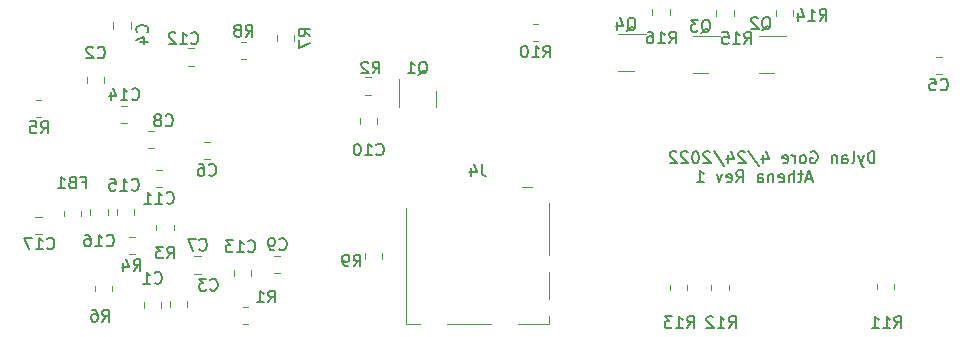
<source format=gbr>
%TF.GenerationSoftware,KiCad,Pcbnew,(6.0.1)*%
%TF.CreationDate,2022-04-25T15:24:58-05:00*%
%TF.ProjectId,Airbrake Controller,41697262-7261-46b6-9520-436f6e74726f,rev?*%
%TF.SameCoordinates,Original*%
%TF.FileFunction,Legend,Bot*%
%TF.FilePolarity,Positive*%
%FSLAX46Y46*%
G04 Gerber Fmt 4.6, Leading zero omitted, Abs format (unit mm)*
G04 Created by KiCad (PCBNEW (6.0.1)) date 2022-04-25 15:24:58*
%MOMM*%
%LPD*%
G01*
G04 APERTURE LIST*
%ADD10C,0.150000*%
%ADD11C,0.120000*%
G04 APERTURE END LIST*
D10*
X181930301Y-101986346D02*
X181930301Y-100986346D01*
X181692205Y-100986346D01*
X181549348Y-101033966D01*
X181454110Y-101129204D01*
X181406491Y-101224442D01*
X181358872Y-101414918D01*
X181358872Y-101557775D01*
X181406491Y-101748251D01*
X181454110Y-101843489D01*
X181549348Y-101938727D01*
X181692205Y-101986346D01*
X181930301Y-101986346D01*
X181025539Y-101319680D02*
X180787444Y-101986346D01*
X180549348Y-101319680D02*
X180787444Y-101986346D01*
X180882682Y-102224442D01*
X180930301Y-102272061D01*
X181025539Y-102319680D01*
X180025539Y-101986346D02*
X180120777Y-101938727D01*
X180168396Y-101843489D01*
X180168396Y-100986346D01*
X179216015Y-101986346D02*
X179216015Y-101462537D01*
X179263634Y-101367299D01*
X179358872Y-101319680D01*
X179549348Y-101319680D01*
X179644586Y-101367299D01*
X179216015Y-101938727D02*
X179311253Y-101986346D01*
X179549348Y-101986346D01*
X179644586Y-101938727D01*
X179692205Y-101843489D01*
X179692205Y-101748251D01*
X179644586Y-101653013D01*
X179549348Y-101605394D01*
X179311253Y-101605394D01*
X179216015Y-101557775D01*
X178739824Y-101319680D02*
X178739824Y-101986346D01*
X178739824Y-101414918D02*
X178692205Y-101367299D01*
X178596967Y-101319680D01*
X178454110Y-101319680D01*
X178358872Y-101367299D01*
X178311253Y-101462537D01*
X178311253Y-101986346D01*
X176549348Y-101033966D02*
X176644586Y-100986346D01*
X176787444Y-100986346D01*
X176930301Y-101033966D01*
X177025539Y-101129204D01*
X177073158Y-101224442D01*
X177120777Y-101414918D01*
X177120777Y-101557775D01*
X177073158Y-101748251D01*
X177025539Y-101843489D01*
X176930301Y-101938727D01*
X176787444Y-101986346D01*
X176692205Y-101986346D01*
X176549348Y-101938727D01*
X176501729Y-101891108D01*
X176501729Y-101557775D01*
X176692205Y-101557775D01*
X175930301Y-101986346D02*
X176025539Y-101938727D01*
X176073158Y-101891108D01*
X176120777Y-101795870D01*
X176120777Y-101510156D01*
X176073158Y-101414918D01*
X176025539Y-101367299D01*
X175930301Y-101319680D01*
X175787444Y-101319680D01*
X175692205Y-101367299D01*
X175644586Y-101414918D01*
X175596967Y-101510156D01*
X175596967Y-101795870D01*
X175644586Y-101891108D01*
X175692205Y-101938727D01*
X175787444Y-101986346D01*
X175930301Y-101986346D01*
X175168396Y-101986346D02*
X175168396Y-101319680D01*
X175168396Y-101510156D02*
X175120777Y-101414918D01*
X175073158Y-101367299D01*
X174977920Y-101319680D01*
X174882682Y-101319680D01*
X174168396Y-101938727D02*
X174263634Y-101986346D01*
X174454110Y-101986346D01*
X174549348Y-101938727D01*
X174596967Y-101843489D01*
X174596967Y-101462537D01*
X174549348Y-101367299D01*
X174454110Y-101319680D01*
X174263634Y-101319680D01*
X174168396Y-101367299D01*
X174120777Y-101462537D01*
X174120777Y-101557775D01*
X174596967Y-101653013D01*
X172501729Y-101319680D02*
X172501729Y-101986346D01*
X172739824Y-100938727D02*
X172977920Y-101653013D01*
X172358872Y-101653013D01*
X171263634Y-100938727D02*
X172120777Y-102224442D01*
X170977920Y-101081585D02*
X170930301Y-101033966D01*
X170835063Y-100986346D01*
X170596967Y-100986346D01*
X170501729Y-101033966D01*
X170454110Y-101081585D01*
X170406491Y-101176823D01*
X170406491Y-101272061D01*
X170454110Y-101414918D01*
X171025539Y-101986346D01*
X170406491Y-101986346D01*
X169549348Y-101319680D02*
X169549348Y-101986346D01*
X169787444Y-100938727D02*
X170025539Y-101653013D01*
X169406491Y-101653013D01*
X168311253Y-100938727D02*
X169168396Y-102224442D01*
X168025539Y-101081585D02*
X167977920Y-101033966D01*
X167882682Y-100986346D01*
X167644586Y-100986346D01*
X167549348Y-101033966D01*
X167501729Y-101081585D01*
X167454110Y-101176823D01*
X167454110Y-101272061D01*
X167501729Y-101414918D01*
X168073158Y-101986346D01*
X167454110Y-101986346D01*
X166835063Y-100986346D02*
X166739824Y-100986346D01*
X166644586Y-101033966D01*
X166596967Y-101081585D01*
X166549348Y-101176823D01*
X166501729Y-101367299D01*
X166501729Y-101605394D01*
X166549348Y-101795870D01*
X166596967Y-101891108D01*
X166644586Y-101938727D01*
X166739824Y-101986346D01*
X166835063Y-101986346D01*
X166930301Y-101938727D01*
X166977920Y-101891108D01*
X167025539Y-101795870D01*
X167073158Y-101605394D01*
X167073158Y-101367299D01*
X167025539Y-101176823D01*
X166977920Y-101081585D01*
X166930301Y-101033966D01*
X166835063Y-100986346D01*
X166120777Y-101081585D02*
X166073158Y-101033966D01*
X165977920Y-100986346D01*
X165739824Y-100986346D01*
X165644586Y-101033966D01*
X165596967Y-101081585D01*
X165549348Y-101176823D01*
X165549348Y-101272061D01*
X165596967Y-101414918D01*
X166168396Y-101986346D01*
X165549348Y-101986346D01*
X165168396Y-101081585D02*
X165120777Y-101033966D01*
X165025539Y-100986346D01*
X164787444Y-100986346D01*
X164692205Y-101033966D01*
X164644586Y-101081585D01*
X164596967Y-101176823D01*
X164596967Y-101272061D01*
X164644586Y-101414918D01*
X165216015Y-101986346D01*
X164596967Y-101986346D01*
X176620777Y-103310632D02*
X176144586Y-103310632D01*
X176716015Y-103596346D02*
X176382682Y-102596346D01*
X176049348Y-103596346D01*
X175858872Y-102929680D02*
X175477920Y-102929680D01*
X175716015Y-102596346D02*
X175716015Y-103453489D01*
X175668396Y-103548727D01*
X175573158Y-103596346D01*
X175477920Y-103596346D01*
X175144586Y-103596346D02*
X175144586Y-102596346D01*
X174716015Y-103596346D02*
X174716015Y-103072537D01*
X174763634Y-102977299D01*
X174858872Y-102929680D01*
X175001729Y-102929680D01*
X175096967Y-102977299D01*
X175144586Y-103024918D01*
X173858872Y-103548727D02*
X173954110Y-103596346D01*
X174144586Y-103596346D01*
X174239824Y-103548727D01*
X174287444Y-103453489D01*
X174287444Y-103072537D01*
X174239824Y-102977299D01*
X174144586Y-102929680D01*
X173954110Y-102929680D01*
X173858872Y-102977299D01*
X173811253Y-103072537D01*
X173811253Y-103167775D01*
X174287444Y-103263013D01*
X173382682Y-102929680D02*
X173382682Y-103596346D01*
X173382682Y-103024918D02*
X173335063Y-102977299D01*
X173239824Y-102929680D01*
X173096967Y-102929680D01*
X173001729Y-102977299D01*
X172954110Y-103072537D01*
X172954110Y-103596346D01*
X172049348Y-103596346D02*
X172049348Y-103072537D01*
X172096967Y-102977299D01*
X172192205Y-102929680D01*
X172382682Y-102929680D01*
X172477920Y-102977299D01*
X172049348Y-103548727D02*
X172144586Y-103596346D01*
X172382682Y-103596346D01*
X172477920Y-103548727D01*
X172525539Y-103453489D01*
X172525539Y-103358251D01*
X172477920Y-103263013D01*
X172382682Y-103215394D01*
X172144586Y-103215394D01*
X172049348Y-103167775D01*
X170239824Y-103596346D02*
X170573158Y-103120156D01*
X170811253Y-103596346D02*
X170811253Y-102596346D01*
X170430301Y-102596346D01*
X170335063Y-102643966D01*
X170287444Y-102691585D01*
X170239824Y-102786823D01*
X170239824Y-102929680D01*
X170287444Y-103024918D01*
X170335063Y-103072537D01*
X170430301Y-103120156D01*
X170811253Y-103120156D01*
X169430301Y-103548727D02*
X169525539Y-103596346D01*
X169716015Y-103596346D01*
X169811253Y-103548727D01*
X169858872Y-103453489D01*
X169858872Y-103072537D01*
X169811253Y-102977299D01*
X169716015Y-102929680D01*
X169525539Y-102929680D01*
X169430301Y-102977299D01*
X169382682Y-103072537D01*
X169382682Y-103167775D01*
X169858872Y-103263013D01*
X169049348Y-102929680D02*
X168811253Y-103596346D01*
X168573158Y-102929680D01*
X166906491Y-103596346D02*
X167477920Y-103596346D01*
X167192205Y-103596346D02*
X167192205Y-102596346D01*
X167287444Y-102739204D01*
X167382682Y-102834442D01*
X167477920Y-102882061D01*
%TO.C,Q3*%
X167285571Y-90940454D02*
X167380809Y-90892835D01*
X167476047Y-90797596D01*
X167618904Y-90654739D01*
X167714142Y-90607120D01*
X167809380Y-90607120D01*
X167761761Y-90845215D02*
X167856999Y-90797596D01*
X167952237Y-90702358D01*
X167999856Y-90511882D01*
X167999856Y-90178549D01*
X167952237Y-89988073D01*
X167856999Y-89892835D01*
X167761761Y-89845215D01*
X167571285Y-89845215D01*
X167476047Y-89892835D01*
X167380809Y-89988073D01*
X167333190Y-90178549D01*
X167333190Y-90511882D01*
X167380809Y-90702358D01*
X167476047Y-90797596D01*
X167571285Y-90845215D01*
X167761761Y-90845215D01*
X166999856Y-89845215D02*
X166380809Y-89845215D01*
X166714142Y-90226168D01*
X166571285Y-90226168D01*
X166476047Y-90273787D01*
X166428428Y-90321406D01*
X166380809Y-90416644D01*
X166380809Y-90654739D01*
X166428428Y-90749977D01*
X166476047Y-90797596D01*
X166571285Y-90845215D01*
X166856999Y-90845215D01*
X166952237Y-90797596D01*
X166999856Y-90749977D01*
%TO.C,R6*%
X116554067Y-115401917D02*
X116887401Y-114925727D01*
X117125496Y-115401917D02*
X117125496Y-114401917D01*
X116744543Y-114401917D01*
X116649305Y-114449537D01*
X116601686Y-114497156D01*
X116554067Y-114592394D01*
X116554067Y-114735251D01*
X116601686Y-114830489D01*
X116649305Y-114878108D01*
X116744543Y-114925727D01*
X117125496Y-114925727D01*
X115696924Y-114401917D02*
X115887401Y-114401917D01*
X115982639Y-114449537D01*
X116030258Y-114497156D01*
X116125496Y-114640013D01*
X116173115Y-114830489D01*
X116173115Y-115211441D01*
X116125496Y-115306679D01*
X116077877Y-115354298D01*
X115982639Y-115401917D01*
X115792162Y-115401917D01*
X115696924Y-115354298D01*
X115649305Y-115306679D01*
X115601686Y-115211441D01*
X115601686Y-114973346D01*
X115649305Y-114878108D01*
X115696924Y-114830489D01*
X115792162Y-114782870D01*
X115982639Y-114782870D01*
X116077877Y-114830489D01*
X116125496Y-114878108D01*
X116173115Y-114973346D01*
%TO.C,C10*%
X139763086Y-101229552D02*
X139810705Y-101277171D01*
X139953562Y-101324790D01*
X140048800Y-101324790D01*
X140191657Y-101277171D01*
X140286895Y-101181933D01*
X140334514Y-101086695D01*
X140382133Y-100896219D01*
X140382133Y-100753362D01*
X140334514Y-100562886D01*
X140286895Y-100467648D01*
X140191657Y-100372410D01*
X140048800Y-100324790D01*
X139953562Y-100324790D01*
X139810705Y-100372410D01*
X139763086Y-100420029D01*
X138810705Y-101324790D02*
X139382133Y-101324790D01*
X139096419Y-101324790D02*
X139096419Y-100324790D01*
X139191657Y-100467648D01*
X139286895Y-100562886D01*
X139382133Y-100610505D01*
X138191657Y-100324790D02*
X138096419Y-100324790D01*
X138001181Y-100372410D01*
X137953562Y-100420029D01*
X137905943Y-100515267D01*
X137858324Y-100705743D01*
X137858324Y-100943838D01*
X137905943Y-101134314D01*
X137953562Y-101229552D01*
X138001181Y-101277171D01*
X138096419Y-101324790D01*
X138191657Y-101324790D01*
X138286895Y-101277171D01*
X138334514Y-101229552D01*
X138382133Y-101134314D01*
X138429752Y-100943838D01*
X138429752Y-100705743D01*
X138382133Y-100515267D01*
X138334514Y-100420029D01*
X138286895Y-100372410D01*
X138191657Y-100324790D01*
%TO.C,R9*%
X137847032Y-110723630D02*
X138180366Y-110247440D01*
X138418461Y-110723630D02*
X138418461Y-109723630D01*
X138037508Y-109723630D01*
X137942270Y-109771250D01*
X137894651Y-109818869D01*
X137847032Y-109914107D01*
X137847032Y-110056964D01*
X137894651Y-110152202D01*
X137942270Y-110199821D01*
X138037508Y-110247440D01*
X138418461Y-110247440D01*
X137370842Y-110723630D02*
X137180366Y-110723630D01*
X137085127Y-110676011D01*
X137037508Y-110628392D01*
X136942270Y-110485535D01*
X136894651Y-110295059D01*
X136894651Y-109914107D01*
X136942270Y-109818869D01*
X136989889Y-109771250D01*
X137085127Y-109723630D01*
X137275604Y-109723630D01*
X137370842Y-109771250D01*
X137418461Y-109818869D01*
X137466080Y-109914107D01*
X137466080Y-110152202D01*
X137418461Y-110247440D01*
X137370842Y-110295059D01*
X137275604Y-110342678D01*
X137085127Y-110342678D01*
X136989889Y-110295059D01*
X136942270Y-110247440D01*
X136894651Y-110152202D01*
%TO.C,R10*%
X153906076Y-93038621D02*
X154239409Y-92562431D01*
X154477504Y-93038621D02*
X154477504Y-92038621D01*
X154096552Y-92038621D01*
X154001314Y-92086241D01*
X153953695Y-92133860D01*
X153906076Y-92229098D01*
X153906076Y-92371955D01*
X153953695Y-92467193D01*
X154001314Y-92514812D01*
X154096552Y-92562431D01*
X154477504Y-92562431D01*
X152953695Y-93038621D02*
X153525123Y-93038621D01*
X153239409Y-93038621D02*
X153239409Y-92038621D01*
X153334647Y-92181479D01*
X153429885Y-92276717D01*
X153525123Y-92324336D01*
X152334647Y-92038621D02*
X152239409Y-92038621D01*
X152144171Y-92086241D01*
X152096552Y-92133860D01*
X152048933Y-92229098D01*
X152001314Y-92419574D01*
X152001314Y-92657669D01*
X152048933Y-92848145D01*
X152096552Y-92943383D01*
X152144171Y-92991002D01*
X152239409Y-93038621D01*
X152334647Y-93038621D01*
X152429885Y-92991002D01*
X152477504Y-92943383D01*
X152525123Y-92848145D01*
X152572742Y-92657669D01*
X152572742Y-92419574D01*
X152525123Y-92229098D01*
X152477504Y-92133860D01*
X152429885Y-92086241D01*
X152334647Y-92038621D01*
%TO.C,C1*%
X120995777Y-112096593D02*
X121043396Y-112144212D01*
X121186253Y-112191831D01*
X121281491Y-112191831D01*
X121424349Y-112144212D01*
X121519587Y-112048974D01*
X121567206Y-111953736D01*
X121614825Y-111763260D01*
X121614825Y-111620403D01*
X121567206Y-111429927D01*
X121519587Y-111334689D01*
X121424349Y-111239451D01*
X121281491Y-111191831D01*
X121186253Y-111191831D01*
X121043396Y-111239451D01*
X120995777Y-111287070D01*
X120043396Y-112191831D02*
X120614825Y-112191831D01*
X120329111Y-112191831D02*
X120329111Y-111191831D01*
X120424349Y-111334689D01*
X120519587Y-111429927D01*
X120614825Y-111477546D01*
%TO.C,R14*%
X177294636Y-89929809D02*
X177627969Y-89453619D01*
X177866064Y-89929809D02*
X177866064Y-88929809D01*
X177485112Y-88929809D01*
X177389874Y-88977429D01*
X177342255Y-89025048D01*
X177294636Y-89120286D01*
X177294636Y-89263143D01*
X177342255Y-89358381D01*
X177389874Y-89406000D01*
X177485112Y-89453619D01*
X177866064Y-89453619D01*
X176342255Y-89929809D02*
X176913683Y-89929809D01*
X176627969Y-89929809D02*
X176627969Y-88929809D01*
X176723207Y-89072667D01*
X176818445Y-89167905D01*
X176913683Y-89215524D01*
X175485112Y-89263143D02*
X175485112Y-89929809D01*
X175723207Y-88882190D02*
X175961302Y-89596476D01*
X175342255Y-89596476D01*
%TO.C,C17*%
X111885595Y-109201076D02*
X111933214Y-109248695D01*
X112076071Y-109296314D01*
X112171309Y-109296314D01*
X112314166Y-109248695D01*
X112409404Y-109153457D01*
X112457023Y-109058219D01*
X112504642Y-108867743D01*
X112504642Y-108724886D01*
X112457023Y-108534410D01*
X112409404Y-108439172D01*
X112314166Y-108343934D01*
X112171309Y-108296314D01*
X112076071Y-108296314D01*
X111933214Y-108343934D01*
X111885595Y-108391553D01*
X110933214Y-109296314D02*
X111504642Y-109296314D01*
X111218928Y-109296314D02*
X111218928Y-108296314D01*
X111314166Y-108439172D01*
X111409404Y-108534410D01*
X111504642Y-108582029D01*
X110599880Y-108296314D02*
X109933214Y-108296314D01*
X110361785Y-109296314D01*
%TO.C,C8*%
X121918283Y-98772182D02*
X121965902Y-98819801D01*
X122108759Y-98867420D01*
X122203997Y-98867420D01*
X122346855Y-98819801D01*
X122442093Y-98724563D01*
X122489712Y-98629325D01*
X122537331Y-98438849D01*
X122537331Y-98295992D01*
X122489712Y-98105516D01*
X122442093Y-98010278D01*
X122346855Y-97915040D01*
X122203997Y-97867420D01*
X122108759Y-97867420D01*
X121965902Y-97915040D01*
X121918283Y-97962659D01*
X121346855Y-98295992D02*
X121442093Y-98248373D01*
X121489712Y-98200754D01*
X121537331Y-98105516D01*
X121537331Y-98057897D01*
X121489712Y-97962659D01*
X121442093Y-97915040D01*
X121346855Y-97867420D01*
X121156378Y-97867420D01*
X121061140Y-97915040D01*
X121013521Y-97962659D01*
X120965902Y-98057897D01*
X120965902Y-98105516D01*
X121013521Y-98200754D01*
X121061140Y-98248373D01*
X121156378Y-98295992D01*
X121346855Y-98295992D01*
X121442093Y-98343611D01*
X121489712Y-98391230D01*
X121537331Y-98486468D01*
X121537331Y-98676944D01*
X121489712Y-98772182D01*
X121442093Y-98819801D01*
X121346855Y-98867420D01*
X121156378Y-98867420D01*
X121061140Y-98819801D01*
X121013521Y-98772182D01*
X120965902Y-98676944D01*
X120965902Y-98486468D01*
X121013521Y-98391230D01*
X121061140Y-98343611D01*
X121156378Y-98295992D01*
%TO.C,R12*%
X169611797Y-115951210D02*
X169945130Y-115475020D01*
X170183225Y-115951210D02*
X170183225Y-114951210D01*
X169802273Y-114951210D01*
X169707035Y-114998830D01*
X169659416Y-115046449D01*
X169611797Y-115141687D01*
X169611797Y-115284544D01*
X169659416Y-115379782D01*
X169707035Y-115427401D01*
X169802273Y-115475020D01*
X170183225Y-115475020D01*
X168659416Y-115951210D02*
X169230844Y-115951210D01*
X168945130Y-115951210D02*
X168945130Y-114951210D01*
X169040368Y-115094068D01*
X169135606Y-115189306D01*
X169230844Y-115236925D01*
X168278463Y-115046449D02*
X168230844Y-114998830D01*
X168135606Y-114951210D01*
X167897511Y-114951210D01*
X167802273Y-114998830D01*
X167754654Y-115046449D01*
X167707035Y-115141687D01*
X167707035Y-115236925D01*
X167754654Y-115379782D01*
X168326082Y-115951210D01*
X167707035Y-115951210D01*
%TO.C,R15*%
X170914511Y-91892924D02*
X171247844Y-91416734D01*
X171485939Y-91892924D02*
X171485939Y-90892924D01*
X171104987Y-90892924D01*
X171009749Y-90940544D01*
X170962130Y-90988163D01*
X170914511Y-91083401D01*
X170914511Y-91226258D01*
X170962130Y-91321496D01*
X171009749Y-91369115D01*
X171104987Y-91416734D01*
X171485939Y-91416734D01*
X169962130Y-91892924D02*
X170533558Y-91892924D01*
X170247844Y-91892924D02*
X170247844Y-90892924D01*
X170343082Y-91035782D01*
X170438320Y-91131020D01*
X170533558Y-91178639D01*
X169057368Y-90892924D02*
X169533558Y-90892924D01*
X169581177Y-91369115D01*
X169533558Y-91321496D01*
X169438320Y-91273877D01*
X169200225Y-91273877D01*
X169104987Y-91321496D01*
X169057368Y-91369115D01*
X169009749Y-91464353D01*
X169009749Y-91702448D01*
X169057368Y-91797686D01*
X169104987Y-91845305D01*
X169200225Y-91892924D01*
X169438320Y-91892924D01*
X169533558Y-91845305D01*
X169581177Y-91797686D01*
%TO.C,C9*%
X131552365Y-109258910D02*
X131599984Y-109306529D01*
X131742841Y-109354148D01*
X131838079Y-109354148D01*
X131980937Y-109306529D01*
X132076175Y-109211291D01*
X132123794Y-109116053D01*
X132171413Y-108925577D01*
X132171413Y-108782720D01*
X132123794Y-108592244D01*
X132076175Y-108497006D01*
X131980937Y-108401768D01*
X131838079Y-108354148D01*
X131742841Y-108354148D01*
X131599984Y-108401768D01*
X131552365Y-108449387D01*
X131076175Y-109354148D02*
X130885699Y-109354148D01*
X130790460Y-109306529D01*
X130742841Y-109258910D01*
X130647603Y-109116053D01*
X130599984Y-108925577D01*
X130599984Y-108544625D01*
X130647603Y-108449387D01*
X130695222Y-108401768D01*
X130790460Y-108354148D01*
X130980937Y-108354148D01*
X131076175Y-108401768D01*
X131123794Y-108449387D01*
X131171413Y-108544625D01*
X131171413Y-108782720D01*
X131123794Y-108877958D01*
X131076175Y-108925577D01*
X130980937Y-108973196D01*
X130790460Y-108973196D01*
X130695222Y-108925577D01*
X130647603Y-108877958D01*
X130599984Y-108782720D01*
%TO.C,Q4*%
X160981133Y-90783961D02*
X161076371Y-90736342D01*
X161171609Y-90641103D01*
X161314466Y-90498246D01*
X161409704Y-90450627D01*
X161504942Y-90450627D01*
X161457323Y-90688722D02*
X161552561Y-90641103D01*
X161647799Y-90545865D01*
X161695418Y-90355389D01*
X161695418Y-90022056D01*
X161647799Y-89831580D01*
X161552561Y-89736342D01*
X161457323Y-89688722D01*
X161266847Y-89688722D01*
X161171609Y-89736342D01*
X161076371Y-89831580D01*
X161028752Y-90022056D01*
X161028752Y-90355389D01*
X161076371Y-90545865D01*
X161171609Y-90641103D01*
X161266847Y-90688722D01*
X161457323Y-90688722D01*
X160171609Y-90022056D02*
X160171609Y-90688722D01*
X160409704Y-89641103D02*
X160647799Y-90355389D01*
X160028752Y-90355389D01*
%TO.C,C11*%
X122015617Y-105328692D02*
X122063236Y-105376311D01*
X122206093Y-105423930D01*
X122301331Y-105423930D01*
X122444188Y-105376311D01*
X122539426Y-105281073D01*
X122587045Y-105185835D01*
X122634664Y-104995359D01*
X122634664Y-104852502D01*
X122587045Y-104662026D01*
X122539426Y-104566788D01*
X122444188Y-104471550D01*
X122301331Y-104423930D01*
X122206093Y-104423930D01*
X122063236Y-104471550D01*
X122015617Y-104519169D01*
X121063236Y-105423930D02*
X121634664Y-105423930D01*
X121348950Y-105423930D02*
X121348950Y-104423930D01*
X121444188Y-104566788D01*
X121539426Y-104662026D01*
X121634664Y-104709645D01*
X120110855Y-105423930D02*
X120682283Y-105423930D01*
X120396569Y-105423930D02*
X120396569Y-104423930D01*
X120491807Y-104566788D01*
X120587045Y-104662026D01*
X120682283Y-104709645D01*
%TO.C,C7*%
X124785075Y-109295094D02*
X124832694Y-109342713D01*
X124975551Y-109390332D01*
X125070789Y-109390332D01*
X125213647Y-109342713D01*
X125308885Y-109247475D01*
X125356504Y-109152237D01*
X125404123Y-108961761D01*
X125404123Y-108818904D01*
X125356504Y-108628428D01*
X125308885Y-108533190D01*
X125213647Y-108437952D01*
X125070789Y-108390332D01*
X124975551Y-108390332D01*
X124832694Y-108437952D01*
X124785075Y-108485571D01*
X124451742Y-108390332D02*
X123785075Y-108390332D01*
X124213647Y-109390332D01*
%TO.C,R3*%
X122052151Y-110045142D02*
X122385485Y-109568952D01*
X122623580Y-110045142D02*
X122623580Y-109045142D01*
X122242627Y-109045142D01*
X122147389Y-109092762D01*
X122099770Y-109140381D01*
X122052151Y-109235619D01*
X122052151Y-109378476D01*
X122099770Y-109473714D01*
X122147389Y-109521333D01*
X122242627Y-109568952D01*
X122623580Y-109568952D01*
X121718818Y-109045142D02*
X121099770Y-109045142D01*
X121433104Y-109426095D01*
X121290246Y-109426095D01*
X121195008Y-109473714D01*
X121147389Y-109521333D01*
X121099770Y-109616571D01*
X121099770Y-109854666D01*
X121147389Y-109949904D01*
X121195008Y-109997523D01*
X121290246Y-110045142D01*
X121575961Y-110045142D01*
X121671199Y-109997523D01*
X121718818Y-109949904D01*
%TO.C,Q1*%
X143329925Y-94482394D02*
X143425163Y-94434775D01*
X143520401Y-94339536D01*
X143663258Y-94196679D01*
X143758496Y-94149060D01*
X143853734Y-94149060D01*
X143806115Y-94387155D02*
X143901353Y-94339536D01*
X143996591Y-94244298D01*
X144044210Y-94053822D01*
X144044210Y-93720489D01*
X143996591Y-93530013D01*
X143901353Y-93434775D01*
X143806115Y-93387155D01*
X143615639Y-93387155D01*
X143520401Y-93434775D01*
X143425163Y-93530013D01*
X143377544Y-93720489D01*
X143377544Y-94053822D01*
X143425163Y-94244298D01*
X143520401Y-94339536D01*
X143615639Y-94387155D01*
X143806115Y-94387155D01*
X142425163Y-94387155D02*
X142996591Y-94387155D01*
X142710877Y-94387155D02*
X142710877Y-93387155D01*
X142806115Y-93530013D01*
X142901353Y-93625251D01*
X142996591Y-93672870D01*
%TO.C,R13*%
X166076165Y-115951210D02*
X166409498Y-115475020D01*
X166647593Y-115951210D02*
X166647593Y-114951210D01*
X166266641Y-114951210D01*
X166171403Y-114998830D01*
X166123784Y-115046449D01*
X166076165Y-115141687D01*
X166076165Y-115284544D01*
X166123784Y-115379782D01*
X166171403Y-115427401D01*
X166266641Y-115475020D01*
X166647593Y-115475020D01*
X165123784Y-115951210D02*
X165695212Y-115951210D01*
X165409498Y-115951210D02*
X165409498Y-114951210D01*
X165504736Y-115094068D01*
X165599974Y-115189306D01*
X165695212Y-115236925D01*
X164790450Y-114951210D02*
X164171403Y-114951210D01*
X164504736Y-115332163D01*
X164361879Y-115332163D01*
X164266641Y-115379782D01*
X164219022Y-115427401D01*
X164171403Y-115522639D01*
X164171403Y-115760734D01*
X164219022Y-115855972D01*
X164266641Y-115903591D01*
X164361879Y-115951210D01*
X164647593Y-115951210D01*
X164742831Y-115903591D01*
X164790450Y-115855972D01*
%TO.C,C14*%
X119071298Y-96559446D02*
X119118917Y-96607065D01*
X119261774Y-96654684D01*
X119357012Y-96654684D01*
X119499869Y-96607065D01*
X119595107Y-96511827D01*
X119642726Y-96416589D01*
X119690345Y-96226113D01*
X119690345Y-96083256D01*
X119642726Y-95892780D01*
X119595107Y-95797542D01*
X119499869Y-95702304D01*
X119357012Y-95654684D01*
X119261774Y-95654684D01*
X119118917Y-95702304D01*
X119071298Y-95749923D01*
X118118917Y-96654684D02*
X118690345Y-96654684D01*
X118404631Y-96654684D02*
X118404631Y-95654684D01*
X118499869Y-95797542D01*
X118595107Y-95892780D01*
X118690345Y-95940399D01*
X117261774Y-95988018D02*
X117261774Y-96654684D01*
X117499869Y-95607065D02*
X117737964Y-96321351D01*
X117118917Y-96321351D01*
%TO.C,R7*%
X134175260Y-91233116D02*
X133699070Y-90899783D01*
X134175260Y-90661687D02*
X133175260Y-90661687D01*
X133175260Y-91042640D01*
X133222880Y-91137878D01*
X133270499Y-91185497D01*
X133365737Y-91233116D01*
X133508594Y-91233116D01*
X133603832Y-91185497D01*
X133651451Y-91137878D01*
X133699070Y-91042640D01*
X133699070Y-90661687D01*
X133175260Y-91566449D02*
X133175260Y-92233116D01*
X134175260Y-91804544D01*
%TO.C,C6*%
X125588038Y-102953065D02*
X125635657Y-103000684D01*
X125778514Y-103048303D01*
X125873752Y-103048303D01*
X126016610Y-103000684D01*
X126111848Y-102905446D01*
X126159467Y-102810208D01*
X126207086Y-102619732D01*
X126207086Y-102476875D01*
X126159467Y-102286399D01*
X126111848Y-102191161D01*
X126016610Y-102095923D01*
X125873752Y-102048303D01*
X125778514Y-102048303D01*
X125635657Y-102095923D01*
X125588038Y-102143542D01*
X124730895Y-102048303D02*
X124921372Y-102048303D01*
X125016610Y-102095923D01*
X125064229Y-102143542D01*
X125159467Y-102286399D01*
X125207086Y-102476875D01*
X125207086Y-102857827D01*
X125159467Y-102953065D01*
X125111848Y-103000684D01*
X125016610Y-103048303D01*
X124826133Y-103048303D01*
X124730895Y-103000684D01*
X124683276Y-102953065D01*
X124635657Y-102857827D01*
X124635657Y-102619732D01*
X124683276Y-102524494D01*
X124730895Y-102476875D01*
X124826133Y-102429256D01*
X125016610Y-102429256D01*
X125111848Y-102476875D01*
X125159467Y-102524494D01*
X125207086Y-102619732D01*
%TO.C,R4*%
X119210194Y-111128811D02*
X119543528Y-110652621D01*
X119781623Y-111128811D02*
X119781623Y-110128811D01*
X119400670Y-110128811D01*
X119305432Y-110176431D01*
X119257813Y-110224050D01*
X119210194Y-110319288D01*
X119210194Y-110462145D01*
X119257813Y-110557383D01*
X119305432Y-110605002D01*
X119400670Y-110652621D01*
X119781623Y-110652621D01*
X118353051Y-110462145D02*
X118353051Y-111128811D01*
X118591147Y-110081192D02*
X118829242Y-110795478D01*
X118210194Y-110795478D01*
%TO.C,C15*%
X119046071Y-104210889D02*
X119093690Y-104258508D01*
X119236547Y-104306127D01*
X119331785Y-104306127D01*
X119474642Y-104258508D01*
X119569880Y-104163270D01*
X119617499Y-104068032D01*
X119665118Y-103877556D01*
X119665118Y-103734699D01*
X119617499Y-103544223D01*
X119569880Y-103448985D01*
X119474642Y-103353747D01*
X119331785Y-103306127D01*
X119236547Y-103306127D01*
X119093690Y-103353747D01*
X119046071Y-103401366D01*
X118093690Y-104306127D02*
X118665118Y-104306127D01*
X118379404Y-104306127D02*
X118379404Y-103306127D01*
X118474642Y-103448985D01*
X118569880Y-103544223D01*
X118665118Y-103591842D01*
X117188928Y-103306127D02*
X117665118Y-103306127D01*
X117712737Y-103782318D01*
X117665118Y-103734699D01*
X117569880Y-103687080D01*
X117331785Y-103687080D01*
X117236547Y-103734699D01*
X117188928Y-103782318D01*
X117141309Y-103877556D01*
X117141309Y-104115651D01*
X117188928Y-104210889D01*
X117236547Y-104258508D01*
X117331785Y-104306127D01*
X117569880Y-104306127D01*
X117665118Y-104258508D01*
X117712737Y-104210889D01*
%TO.C,R1*%
X130608695Y-113780360D02*
X130942029Y-113304170D01*
X131180124Y-113780360D02*
X131180124Y-112780360D01*
X130799171Y-112780360D01*
X130703933Y-112827980D01*
X130656314Y-112875599D01*
X130608695Y-112970837D01*
X130608695Y-113113694D01*
X130656314Y-113208932D01*
X130703933Y-113256551D01*
X130799171Y-113304170D01*
X131180124Y-113304170D01*
X129656314Y-113780360D02*
X130227743Y-113780360D01*
X129942029Y-113780360D02*
X129942029Y-112780360D01*
X130037267Y-112923218D01*
X130132505Y-113018456D01*
X130227743Y-113066075D01*
%TO.C,R8*%
X128700701Y-91277623D02*
X129034035Y-90801433D01*
X129272130Y-91277623D02*
X129272130Y-90277623D01*
X128891177Y-90277623D01*
X128795939Y-90325243D01*
X128748320Y-90372862D01*
X128700701Y-90468100D01*
X128700701Y-90610957D01*
X128748320Y-90706195D01*
X128795939Y-90753814D01*
X128891177Y-90801433D01*
X129272130Y-90801433D01*
X128129273Y-90706195D02*
X128224511Y-90658576D01*
X128272130Y-90610957D01*
X128319749Y-90515719D01*
X128319749Y-90468100D01*
X128272130Y-90372862D01*
X128224511Y-90325243D01*
X128129273Y-90277623D01*
X127938796Y-90277623D01*
X127843558Y-90325243D01*
X127795939Y-90372862D01*
X127748320Y-90468100D01*
X127748320Y-90515719D01*
X127795939Y-90610957D01*
X127843558Y-90658576D01*
X127938796Y-90706195D01*
X128129273Y-90706195D01*
X128224511Y-90753814D01*
X128272130Y-90801433D01*
X128319749Y-90896671D01*
X128319749Y-91087147D01*
X128272130Y-91182385D01*
X128224511Y-91230004D01*
X128129273Y-91277623D01*
X127938796Y-91277623D01*
X127843558Y-91230004D01*
X127795939Y-91182385D01*
X127748320Y-91087147D01*
X127748320Y-90896671D01*
X127795939Y-90801433D01*
X127843558Y-90753814D01*
X127938796Y-90706195D01*
%TO.C,R16*%
X164559444Y-91845271D02*
X164892777Y-91369081D01*
X165130872Y-91845271D02*
X165130872Y-90845271D01*
X164749920Y-90845271D01*
X164654682Y-90892891D01*
X164607063Y-90940510D01*
X164559444Y-91035748D01*
X164559444Y-91178605D01*
X164607063Y-91273843D01*
X164654682Y-91321462D01*
X164749920Y-91369081D01*
X165130872Y-91369081D01*
X163607063Y-91845271D02*
X164178491Y-91845271D01*
X163892777Y-91845271D02*
X163892777Y-90845271D01*
X163988015Y-90988129D01*
X164083253Y-91083367D01*
X164178491Y-91130986D01*
X162749920Y-90845271D02*
X162940396Y-90845271D01*
X163035634Y-90892891D01*
X163083253Y-90940510D01*
X163178491Y-91083367D01*
X163226110Y-91273843D01*
X163226110Y-91654795D01*
X163178491Y-91750033D01*
X163130872Y-91797652D01*
X163035634Y-91845271D01*
X162845158Y-91845271D01*
X162749920Y-91797652D01*
X162702301Y-91750033D01*
X162654682Y-91654795D01*
X162654682Y-91416700D01*
X162702301Y-91321462D01*
X162749920Y-91273843D01*
X162845158Y-91226224D01*
X163035634Y-91226224D01*
X163130872Y-91273843D01*
X163178491Y-91321462D01*
X163226110Y-91416700D01*
%TO.C,R11*%
X183625561Y-115948058D02*
X183958894Y-115471868D01*
X184196989Y-115948058D02*
X184196989Y-114948058D01*
X183816037Y-114948058D01*
X183720799Y-114995678D01*
X183673180Y-115043297D01*
X183625561Y-115138535D01*
X183625561Y-115281392D01*
X183673180Y-115376630D01*
X183720799Y-115424249D01*
X183816037Y-115471868D01*
X184196989Y-115471868D01*
X182673180Y-115948058D02*
X183244608Y-115948058D01*
X182958894Y-115948058D02*
X182958894Y-114948058D01*
X183054132Y-115090916D01*
X183149370Y-115186154D01*
X183244608Y-115233773D01*
X181720799Y-115948058D02*
X182292227Y-115948058D01*
X182006513Y-115948058D02*
X182006513Y-114948058D01*
X182101751Y-115090916D01*
X182196989Y-115186154D01*
X182292227Y-115233773D01*
%TO.C,C5*%
X187532330Y-95734558D02*
X187579949Y-95782177D01*
X187722806Y-95829796D01*
X187818044Y-95829796D01*
X187960902Y-95782177D01*
X188056140Y-95686939D01*
X188103759Y-95591701D01*
X188151378Y-95401225D01*
X188151378Y-95258368D01*
X188103759Y-95067892D01*
X188056140Y-94972654D01*
X187960902Y-94877416D01*
X187818044Y-94829796D01*
X187722806Y-94829796D01*
X187579949Y-94877416D01*
X187532330Y-94925035D01*
X186627568Y-94829796D02*
X187103759Y-94829796D01*
X187151378Y-95305987D01*
X187103759Y-95258368D01*
X187008521Y-95210749D01*
X186770425Y-95210749D01*
X186675187Y-95258368D01*
X186627568Y-95305987D01*
X186579949Y-95401225D01*
X186579949Y-95639320D01*
X186627568Y-95734558D01*
X186675187Y-95782177D01*
X186770425Y-95829796D01*
X187008521Y-95829796D01*
X187103759Y-95782177D01*
X187151378Y-95734558D01*
%TO.C,J4*%
X148686025Y-102071368D02*
X148686025Y-102785654D01*
X148733644Y-102928511D01*
X148828882Y-103023749D01*
X148971739Y-103071368D01*
X149066977Y-103071368D01*
X147781263Y-102404702D02*
X147781263Y-103071368D01*
X148019358Y-102023749D02*
X148257453Y-102738035D01*
X147638406Y-102738035D01*
%TO.C,C12*%
X124084489Y-91814228D02*
X124132108Y-91861847D01*
X124274965Y-91909466D01*
X124370203Y-91909466D01*
X124513060Y-91861847D01*
X124608298Y-91766609D01*
X124655917Y-91671371D01*
X124703536Y-91480895D01*
X124703536Y-91338038D01*
X124655917Y-91147562D01*
X124608298Y-91052324D01*
X124513060Y-90957086D01*
X124370203Y-90909466D01*
X124274965Y-90909466D01*
X124132108Y-90957086D01*
X124084489Y-91004705D01*
X123132108Y-91909466D02*
X123703536Y-91909466D01*
X123417822Y-91909466D02*
X123417822Y-90909466D01*
X123513060Y-91052324D01*
X123608298Y-91147562D01*
X123703536Y-91195181D01*
X122751155Y-91004705D02*
X122703536Y-90957086D01*
X122608298Y-90909466D01*
X122370203Y-90909466D01*
X122274965Y-90957086D01*
X122227346Y-91004705D01*
X122179727Y-91099943D01*
X122179727Y-91195181D01*
X122227346Y-91338038D01*
X122798774Y-91909466D01*
X122179727Y-91909466D01*
%TO.C,C4*%
X120344942Y-90915585D02*
X120392561Y-90867966D01*
X120440180Y-90725109D01*
X120440180Y-90629871D01*
X120392561Y-90487013D01*
X120297323Y-90391775D01*
X120202085Y-90344156D01*
X120011609Y-90296537D01*
X119868752Y-90296537D01*
X119678276Y-90344156D01*
X119583038Y-90391775D01*
X119487800Y-90487013D01*
X119440180Y-90629871D01*
X119440180Y-90725109D01*
X119487800Y-90867966D01*
X119535419Y-90915585D01*
X119773514Y-91772728D02*
X120440180Y-91772728D01*
X119392561Y-91534632D02*
X120106847Y-91296537D01*
X120106847Y-91915585D01*
%TO.C,C16*%
X116927456Y-108942709D02*
X116975075Y-108990328D01*
X117117932Y-109037947D01*
X117213170Y-109037947D01*
X117356027Y-108990328D01*
X117451265Y-108895090D01*
X117498884Y-108799852D01*
X117546503Y-108609376D01*
X117546503Y-108466519D01*
X117498884Y-108276043D01*
X117451265Y-108180805D01*
X117356027Y-108085567D01*
X117213170Y-108037947D01*
X117117932Y-108037947D01*
X116975075Y-108085567D01*
X116927456Y-108133186D01*
X115975075Y-109037947D02*
X116546503Y-109037947D01*
X116260789Y-109037947D02*
X116260789Y-108037947D01*
X116356027Y-108180805D01*
X116451265Y-108276043D01*
X116546503Y-108323662D01*
X115117932Y-108037947D02*
X115308408Y-108037947D01*
X115403646Y-108085567D01*
X115451265Y-108133186D01*
X115546503Y-108276043D01*
X115594122Y-108466519D01*
X115594122Y-108847471D01*
X115546503Y-108942709D01*
X115498884Y-108990328D01*
X115403646Y-109037947D01*
X115213170Y-109037947D01*
X115117932Y-108990328D01*
X115070313Y-108942709D01*
X115022694Y-108847471D01*
X115022694Y-108609376D01*
X115070313Y-108514138D01*
X115117932Y-108466519D01*
X115213170Y-108418900D01*
X115403646Y-108418900D01*
X115498884Y-108466519D01*
X115546503Y-108514138D01*
X115594122Y-108609376D01*
%TO.C,C13*%
X128901074Y-109430380D02*
X128948693Y-109477999D01*
X129091550Y-109525618D01*
X129186788Y-109525618D01*
X129329645Y-109477999D01*
X129424883Y-109382761D01*
X129472502Y-109287523D01*
X129520121Y-109097047D01*
X129520121Y-108954190D01*
X129472502Y-108763714D01*
X129424883Y-108668476D01*
X129329645Y-108573238D01*
X129186788Y-108525618D01*
X129091550Y-108525618D01*
X128948693Y-108573238D01*
X128901074Y-108620857D01*
X127948693Y-109525618D02*
X128520121Y-109525618D01*
X128234407Y-109525618D02*
X128234407Y-108525618D01*
X128329645Y-108668476D01*
X128424883Y-108763714D01*
X128520121Y-108811333D01*
X127615359Y-108525618D02*
X126996312Y-108525618D01*
X127329645Y-108906571D01*
X127186788Y-108906571D01*
X127091550Y-108954190D01*
X127043931Y-109001809D01*
X126996312Y-109097047D01*
X126996312Y-109335142D01*
X127043931Y-109430380D01*
X127091550Y-109477999D01*
X127186788Y-109525618D01*
X127472502Y-109525618D01*
X127567740Y-109477999D01*
X127615359Y-109430380D01*
%TO.C,C3*%
X125695374Y-112684701D02*
X125742993Y-112732320D01*
X125885850Y-112779939D01*
X125981088Y-112779939D01*
X126123946Y-112732320D01*
X126219184Y-112637082D01*
X126266803Y-112541844D01*
X126314422Y-112351368D01*
X126314422Y-112208511D01*
X126266803Y-112018035D01*
X126219184Y-111922797D01*
X126123946Y-111827559D01*
X125981088Y-111779939D01*
X125885850Y-111779939D01*
X125742993Y-111827559D01*
X125695374Y-111875178D01*
X125362041Y-111779939D02*
X124742993Y-111779939D01*
X125076327Y-112160892D01*
X124933469Y-112160892D01*
X124838231Y-112208511D01*
X124790612Y-112256130D01*
X124742993Y-112351368D01*
X124742993Y-112589463D01*
X124790612Y-112684701D01*
X124838231Y-112732320D01*
X124933469Y-112779939D01*
X125219184Y-112779939D01*
X125314422Y-112732320D01*
X125362041Y-112684701D01*
%TO.C,C2*%
X116156152Y-93027352D02*
X116203771Y-93074971D01*
X116346628Y-93122590D01*
X116441866Y-93122590D01*
X116584724Y-93074971D01*
X116679962Y-92979733D01*
X116727581Y-92884495D01*
X116775200Y-92694019D01*
X116775200Y-92551162D01*
X116727581Y-92360686D01*
X116679962Y-92265448D01*
X116584724Y-92170210D01*
X116441866Y-92122590D01*
X116346628Y-92122590D01*
X116203771Y-92170210D01*
X116156152Y-92217829D01*
X115775200Y-92217829D02*
X115727581Y-92170210D01*
X115632343Y-92122590D01*
X115394247Y-92122590D01*
X115299009Y-92170210D01*
X115251390Y-92217829D01*
X115203771Y-92313067D01*
X115203771Y-92408305D01*
X115251390Y-92551162D01*
X115822819Y-93122590D01*
X115203771Y-93122590D01*
%TO.C,R2*%
X139454375Y-94395175D02*
X139787709Y-93918985D01*
X140025804Y-94395175D02*
X140025804Y-93395175D01*
X139644851Y-93395175D01*
X139549613Y-93442795D01*
X139501994Y-93490414D01*
X139454375Y-93585652D01*
X139454375Y-93728509D01*
X139501994Y-93823747D01*
X139549613Y-93871366D01*
X139644851Y-93918985D01*
X140025804Y-93918985D01*
X139073423Y-93490414D02*
X139025804Y-93442795D01*
X138930566Y-93395175D01*
X138692470Y-93395175D01*
X138597232Y-93442795D01*
X138549613Y-93490414D01*
X138501994Y-93585652D01*
X138501994Y-93680890D01*
X138549613Y-93823747D01*
X139121042Y-94395175D01*
X138501994Y-94395175D01*
%TO.C,Q2*%
X172406692Y-90725430D02*
X172501930Y-90677811D01*
X172597168Y-90582572D01*
X172740025Y-90439715D01*
X172835263Y-90392096D01*
X172930501Y-90392096D01*
X172882882Y-90630191D02*
X172978120Y-90582572D01*
X173073358Y-90487334D01*
X173120977Y-90296858D01*
X173120977Y-89963525D01*
X173073358Y-89773049D01*
X172978120Y-89677811D01*
X172882882Y-89630191D01*
X172692406Y-89630191D01*
X172597168Y-89677811D01*
X172501930Y-89773049D01*
X172454311Y-89963525D01*
X172454311Y-90296858D01*
X172501930Y-90487334D01*
X172597168Y-90582572D01*
X172692406Y-90630191D01*
X172882882Y-90630191D01*
X172073358Y-89725430D02*
X172025739Y-89677811D01*
X171930501Y-89630191D01*
X171692406Y-89630191D01*
X171597168Y-89677811D01*
X171549549Y-89725430D01*
X171501930Y-89820668D01*
X171501930Y-89915906D01*
X171549549Y-90058763D01*
X172120977Y-90630191D01*
X171501930Y-90630191D01*
%TO.C,FB1*%
X114851678Y-103597770D02*
X115185011Y-103597770D01*
X115185011Y-104121579D02*
X115185011Y-103121579D01*
X114708821Y-103121579D01*
X113994535Y-103597770D02*
X113851678Y-103645389D01*
X113804059Y-103693008D01*
X113756440Y-103788246D01*
X113756440Y-103931103D01*
X113804059Y-104026341D01*
X113851678Y-104073960D01*
X113946916Y-104121579D01*
X114327868Y-104121579D01*
X114327868Y-103121579D01*
X113994535Y-103121579D01*
X113899297Y-103169199D01*
X113851678Y-103216818D01*
X113804059Y-103312056D01*
X113804059Y-103407294D01*
X113851678Y-103502532D01*
X113899297Y-103550151D01*
X113994535Y-103597770D01*
X114327868Y-103597770D01*
X112804059Y-104121579D02*
X113375487Y-104121579D01*
X113089773Y-104121579D02*
X113089773Y-103121579D01*
X113185011Y-103264437D01*
X113280249Y-103359675D01*
X113375487Y-103407294D01*
%TO.C,R5*%
X111350853Y-99449925D02*
X111684187Y-98973735D01*
X111922282Y-99449925D02*
X111922282Y-98449925D01*
X111541329Y-98449925D01*
X111446091Y-98497545D01*
X111398472Y-98545164D01*
X111350853Y-98640402D01*
X111350853Y-98783259D01*
X111398472Y-98878497D01*
X111446091Y-98926116D01*
X111541329Y-98973735D01*
X111922282Y-98973735D01*
X110446091Y-98449925D02*
X110922282Y-98449925D01*
X110969901Y-98926116D01*
X110922282Y-98878497D01*
X110827044Y-98830878D01*
X110588948Y-98830878D01*
X110493710Y-98878497D01*
X110446091Y-98926116D01*
X110398472Y-99021354D01*
X110398472Y-99259449D01*
X110446091Y-99354687D01*
X110493710Y-99402306D01*
X110588948Y-99449925D01*
X110827044Y-99449925D01*
X110922282Y-99402306D01*
X110969901Y-99354687D01*
D11*
%TO.C,Q3*%
X167190333Y-91232835D02*
X166540333Y-91232835D01*
X167190333Y-94352835D02*
X166540333Y-94352835D01*
X167190333Y-91232835D02*
X168865333Y-91232835D01*
X167190333Y-94352835D02*
X167840333Y-94352835D01*
%TO.C,R6*%
X117383613Y-112351450D02*
X117383613Y-112805578D01*
X115913613Y-112351450D02*
X115913613Y-112805578D01*
%TO.C,C10*%
X139809637Y-98146408D02*
X139809637Y-98668912D01*
X138339637Y-98146408D02*
X138339637Y-98668912D01*
%TO.C,R9*%
X140277932Y-109636429D02*
X140277932Y-110090557D01*
X138807932Y-109636429D02*
X138807932Y-110090557D01*
%TO.C,R10*%
X153036155Y-90201241D02*
X153490283Y-90201241D01*
X153036155Y-91671241D02*
X153490283Y-91671241D01*
%TO.C,C1*%
X121544307Y-114226664D02*
X121544307Y-113704160D01*
X120074307Y-114226664D02*
X120074307Y-113704160D01*
%TO.C,R14*%
X175067642Y-89511480D02*
X175067642Y-89057352D01*
X173597642Y-89511480D02*
X173597642Y-89057352D01*
%TO.C,C17*%
X111424711Y-106505058D02*
X110902207Y-106505058D01*
X111424711Y-107975058D02*
X110902207Y-107975058D01*
%TO.C,C8*%
X120431479Y-100734562D02*
X120953983Y-100734562D01*
X120431479Y-99264562D02*
X120953983Y-99264562D01*
%TO.C,R12*%
X168131150Y-112732669D02*
X168131150Y-112278541D01*
X169601150Y-112732669D02*
X169601150Y-112278541D01*
%TO.C,R15*%
X168539777Y-89500912D02*
X168539777Y-89046784D01*
X170009777Y-89500912D02*
X170009777Y-89046784D01*
%TO.C,C9*%
X131646951Y-111316768D02*
X131124447Y-111316768D01*
X131646951Y-109846768D02*
X131124447Y-109846768D01*
%TO.C,Q4*%
X160885895Y-91076342D02*
X162560895Y-91076342D01*
X160885895Y-94196342D02*
X160235895Y-94196342D01*
X160885895Y-91076342D02*
X160235895Y-91076342D01*
X160885895Y-94196342D02*
X161535895Y-94196342D01*
%TO.C,C11*%
X121111508Y-102556550D02*
X121634012Y-102556550D01*
X121111508Y-104026550D02*
X121634012Y-104026550D01*
%TO.C,C7*%
X124879661Y-109882952D02*
X124357157Y-109882952D01*
X124879661Y-111352952D02*
X124357157Y-111352952D01*
%TO.C,R3*%
X122600237Y-107670702D02*
X122600237Y-107216574D01*
X121130237Y-107670702D02*
X121130237Y-107216574D01*
%TO.C,Q1*%
X141691138Y-96555078D02*
X141691138Y-97205078D01*
X141691138Y-96555078D02*
X141691138Y-94880078D01*
X144811138Y-96555078D02*
X144811138Y-95905078D01*
X144811138Y-96555078D02*
X144811138Y-97205078D01*
%TO.C,R13*%
X166085390Y-112732669D02*
X166085390Y-112278541D01*
X164615390Y-112732669D02*
X164615390Y-112278541D01*
%TO.C,C14*%
X118689693Y-97147304D02*
X118167189Y-97147304D01*
X118689693Y-98617304D02*
X118167189Y-98617304D01*
%TO.C,R7*%
X131337880Y-91626847D02*
X131337880Y-91172719D01*
X132807880Y-91626847D02*
X132807880Y-91172719D01*
%TO.C,C6*%
X125160120Y-100180923D02*
X125682624Y-100180923D01*
X125160120Y-101650923D02*
X125682624Y-101650923D01*
%TO.C,R4*%
X119305535Y-108219598D02*
X118851407Y-108219598D01*
X119305535Y-109689598D02*
X118851407Y-109689598D01*
%TO.C,C15*%
X119259620Y-105859321D02*
X119259620Y-106381825D01*
X117789620Y-105859321D02*
X117789620Y-106381825D01*
%TO.C,R1*%
X128886977Y-115616528D02*
X128432849Y-115616528D01*
X128886977Y-114146528D02*
X128432849Y-114146528D01*
%TO.C,R8*%
X128761099Y-93210243D02*
X128306971Y-93210243D01*
X128761099Y-91740243D02*
X128306971Y-91740243D01*
%TO.C,R16*%
X164596823Y-89404646D02*
X164596823Y-88950518D01*
X163126823Y-89404646D02*
X163126823Y-88950518D01*
%TO.C,R11*%
X183621261Y-112653167D02*
X183621261Y-112199039D01*
X182151261Y-112653167D02*
X182151261Y-112199039D01*
%TO.C,C5*%
X187104412Y-92962416D02*
X187626916Y-92962416D01*
X187104412Y-94432416D02*
X187626916Y-94432416D01*
%TO.C,J4*%
X143472692Y-115618988D02*
X142242692Y-115618988D01*
X154422692Y-105348988D02*
X154422692Y-109798988D01*
X154422692Y-111198988D02*
X154422692Y-113498988D01*
X154422692Y-114898988D02*
X154422692Y-115618988D01*
X154422692Y-115618988D02*
X151742692Y-115618988D01*
X142242692Y-115618988D02*
X142242692Y-105798988D01*
X152942692Y-103978988D02*
X152082692Y-103978988D01*
X149442692Y-115618988D02*
X145772692Y-115618988D01*
%TO.C,C12*%
X123826693Y-93748319D02*
X124349197Y-93748319D01*
X123826693Y-92278319D02*
X124349197Y-92278319D01*
%TO.C,C4*%
X118949628Y-90599405D02*
X118949628Y-90076901D01*
X117479628Y-90599405D02*
X117479628Y-90076901D01*
%TO.C,C16*%
X117002841Y-105875327D02*
X117002841Y-106397831D01*
X115532841Y-105875327D02*
X115532841Y-106397831D01*
%TO.C,C13*%
X129155820Y-111041284D02*
X129155820Y-111563788D01*
X127685820Y-111041284D02*
X127685820Y-111563788D01*
%TO.C,C3*%
X122250083Y-114175769D02*
X122250083Y-113653265D01*
X123720083Y-114175769D02*
X123720083Y-113653265D01*
%TO.C,C2*%
X116709602Y-94698934D02*
X116709602Y-95221438D01*
X115239602Y-94698934D02*
X115239602Y-95221438D01*
%TO.C,R2*%
X138833581Y-96204164D02*
X139287709Y-96204164D01*
X138833581Y-94734164D02*
X139287709Y-94734164D01*
%TO.C,Q2*%
X172807507Y-91232835D02*
X174482507Y-91232835D01*
X172807507Y-94352835D02*
X173457507Y-94352835D01*
X172807507Y-91232835D02*
X172157507Y-91232835D01*
X172807507Y-94352835D02*
X172157507Y-94352835D01*
%TO.C,FB1*%
X114794077Y-106005548D02*
X114794077Y-106459676D01*
X113324077Y-106005548D02*
X113324077Y-106459676D01*
%TO.C,R5*%
X110957123Y-96612545D02*
X111411251Y-96612545D01*
X110957123Y-98082545D02*
X111411251Y-98082545D01*
%TD*%
M02*

</source>
